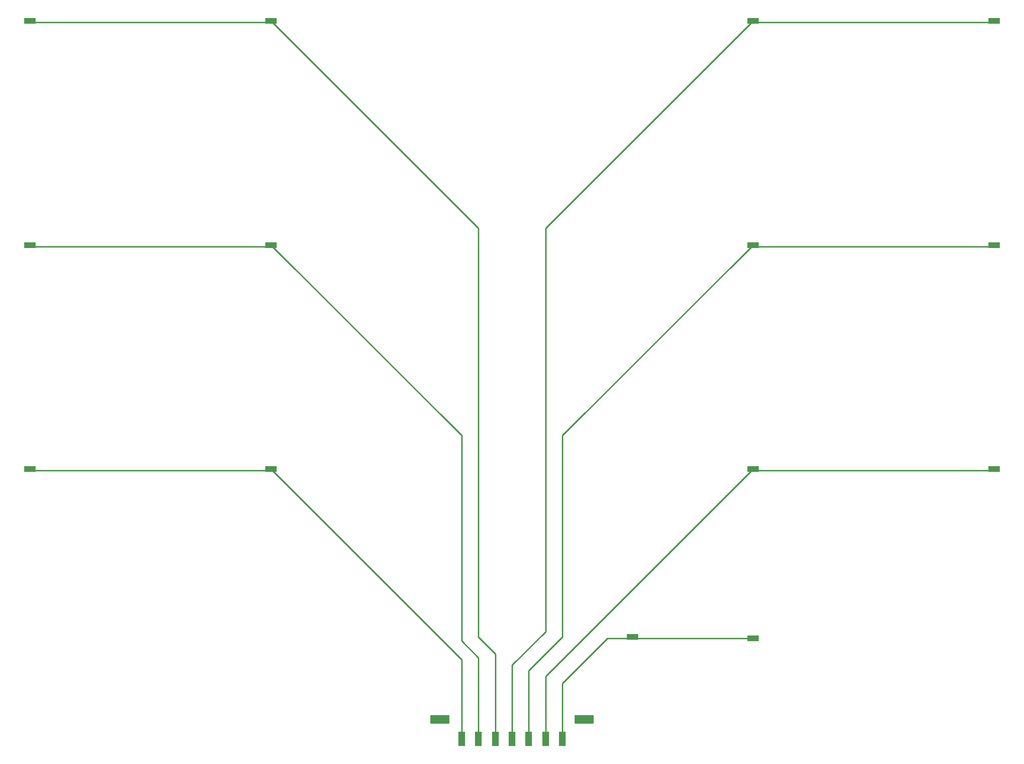
<source format=gbr>
%TF.GenerationSoftware,KiCad,Pcbnew,7.0.1*%
%TF.CreationDate,2025-06-01T15:38:26+02:00*%
%TF.ProjectId,federkontaktplatine,66656465-726b-46f6-9e74-616b74706c61,rev?*%
%TF.SameCoordinates,Original*%
%TF.FileFunction,Copper,L1,Top*%
%TF.FilePolarity,Positive*%
%FSLAX46Y46*%
G04 Gerber Fmt 4.6, Leading zero omitted, Abs format (unit mm)*
G04 Created by KiCad (PCBNEW 7.0.1) date 2025-06-01 15:38:26*
%MOMM*%
%LPD*%
G01*
G04 APERTURE LIST*
%TA.AperFunction,SMDPad,CuDef*%
%ADD10R,2.000000X1.000000*%
%TD*%
%TA.AperFunction,SMDPad,CuDef*%
%ADD11R,1.270000X2.540000*%
%TD*%
%TA.AperFunction,SMDPad,CuDef*%
%ADD12R,3.430000X1.650000*%
%TD*%
%TA.AperFunction,Conductor*%
%ADD13C,0.250000*%
%TD*%
G04 APERTURE END LIST*
D10*
%TO.P,TP11,1,1*%
%TO.N,Net-(J1-Pin_5)*%
X191000000Y-79000000D03*
%TD*%
%TO.P,TP4,1,1*%
%TO.N,Net-(J1-Pin_2)*%
X105000000Y-79000000D03*
%TD*%
D11*
%TO.P,J1,1,Pin_1*%
%TO.N,Net-(J1-Pin_1)*%
X139000000Y-167135000D03*
%TO.P,J1,2,Pin_2*%
%TO.N,Net-(J1-Pin_2)*%
X142000000Y-167135000D03*
%TO.P,J1,3,Pin_3*%
%TO.N,Net-(J1-Pin_3)*%
X145000000Y-167135000D03*
%TO.P,J1,4,Pin_4*%
%TO.N,Net-(J1-Pin_4)*%
X148000000Y-167135000D03*
%TO.P,J1,5,Pin_5*%
%TO.N,Net-(J1-Pin_5)*%
X151000000Y-167135000D03*
%TO.P,J1,6,Pin_6*%
%TO.N,Net-(J1-Pin_6)*%
X154000000Y-167135000D03*
%TO.P,J1,7,Pin_7*%
%TO.N,Net-(J1-Pin_7)*%
X157000000Y-167135000D03*
D12*
%TO.P,J1,MP*%
%TO.N,N/C*%
X135115000Y-163715000D03*
X160885000Y-163715000D03*
%TD*%
D10*
%TO.P,TP8,1,1*%
%TO.N,Net-(J1-Pin_7)*%
X169500000Y-149000000D03*
%TD*%
%TO.P,TP5,1,1*%
%TO.N,Net-(J1-Pin_3)*%
X62000000Y-39000000D03*
%TD*%
%TO.P,TP10,1,1*%
%TO.N,Net-(J1-Pin_4)*%
X234000000Y-39000000D03*
%TD*%
%TO.P,TP3,1,1*%
%TO.N,Net-(J1-Pin_2)*%
X62000000Y-79000000D03*
%TD*%
%TO.P,TP14,1,1*%
%TO.N,Net-(J1-Pin_6)*%
X234000000Y-119000000D03*
%TD*%
%TO.P,TP7,1,1*%
%TO.N,Net-(J1-Pin_7)*%
X191000000Y-149250000D03*
%TD*%
%TO.P,TP1,1,1*%
%TO.N,Net-(J1-Pin_1)*%
X62000000Y-119000000D03*
%TD*%
%TO.P,TP12,1,1*%
%TO.N,Net-(J1-Pin_5)*%
X234000000Y-79000000D03*
%TD*%
%TO.P,TP13,1,1*%
%TO.N,Net-(J1-Pin_6)*%
X191000000Y-119000000D03*
%TD*%
%TO.P,TP2,1,1*%
%TO.N,Net-(J1-Pin_1)*%
X105000000Y-119000000D03*
%TD*%
%TO.P,TP6,1,1*%
%TO.N,Net-(J1-Pin_3)*%
X105000000Y-39000000D03*
%TD*%
%TO.P,TP9,1,1*%
%TO.N,Net-(J1-Pin_4)*%
X191000000Y-39000000D03*
%TD*%
D13*
%TO.N,Net-(J1-Pin_1)*%
X139000000Y-153000000D02*
X105000000Y-119000000D01*
X139000000Y-167135000D02*
X139000000Y-153000000D01*
X105000000Y-119250000D02*
X62000000Y-119250000D01*
%TO.N,Net-(J1-Pin_2)*%
X139000000Y-113000000D02*
X105000000Y-79000000D01*
X142000000Y-167135000D02*
X142000000Y-152681802D01*
X139000000Y-149681802D02*
X139000000Y-113000000D01*
X62000000Y-79250000D02*
X105000000Y-79250000D01*
X142000000Y-152681802D02*
X139000000Y-149681802D01*
%TO.N,Net-(J1-Pin_3)*%
X142000000Y-76000000D02*
X105000000Y-39000000D01*
X145000000Y-152000000D02*
X142000000Y-149000000D01*
X145000000Y-167135000D02*
X145000000Y-152000000D01*
X105000000Y-39250000D02*
X62000000Y-39250000D01*
X142000000Y-149000000D02*
X142000000Y-76000000D01*
%TO.N,Net-(J1-Pin_4)*%
X191000000Y-39000000D02*
X154000000Y-76000000D01*
X154000000Y-76000000D02*
X154000000Y-148000000D01*
X234000000Y-39250000D02*
X191000000Y-39250000D01*
X154000000Y-148000000D02*
X148000000Y-154000000D01*
X148000000Y-154000000D02*
X148000000Y-167135000D01*
%TO.N,Net-(J1-Pin_5)*%
X151000000Y-155000000D02*
X151000000Y-167135000D01*
X234000000Y-79250000D02*
X191000000Y-79250000D01*
X157000000Y-113000000D02*
X157000000Y-149000000D01*
X191000000Y-79000000D02*
X157000000Y-113000000D01*
X157000000Y-149000000D02*
X151000000Y-155000000D01*
%TO.N,Net-(J1-Pin_6)*%
X191000000Y-119000000D02*
X154000000Y-156000000D01*
X154000000Y-156000000D02*
X154000000Y-167135000D01*
X234000000Y-119250000D02*
X191000000Y-119250000D01*
%TO.N,Net-(J1-Pin_7)*%
X191000000Y-149250000D02*
X169500000Y-149250000D01*
X165000000Y-149250000D02*
X169500000Y-149250000D01*
X157000000Y-157250000D02*
X165000000Y-149250000D01*
X157000000Y-167000000D02*
X157000000Y-157250000D01*
%TD*%
M02*

</source>
